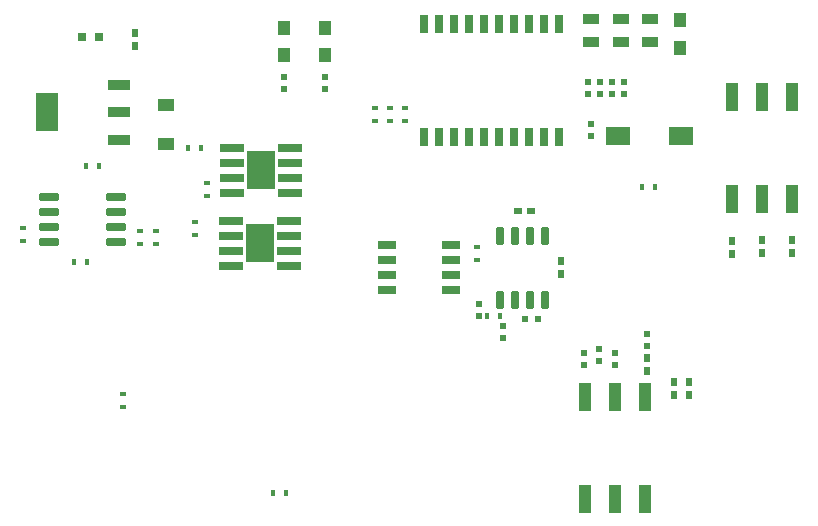
<source format=gtp>
G04*
G04 #@! TF.GenerationSoftware,Altium Limited,Altium Designer,22.2.1 (43)*
G04*
G04 Layer_Color=8421504*
%FSLAX25Y25*%
%MOIN*%
G70*
G04*
G04 #@! TF.SameCoordinates,4D9873E2-C187-445E-AA94-CFDCCC1DA697*
G04*
G04*
G04 #@! TF.FilePolarity,Positive*
G04*
G01*
G75*
%ADD17R,0.02441X0.01654*%
%ADD18R,0.05315X0.04331*%
%ADD19R,0.01968X0.01870*%
%ADD20R,0.01654X0.02441*%
%ADD21R,0.02362X0.02953*%
%ADD22R,0.07480X0.12598*%
%ADD23R,0.07480X0.03740*%
%ADD24R,0.02756X0.02756*%
G04:AMPARAMS|DCode=25|XSize=25.59mil|YSize=64.96mil|CornerRadius=1.92mil|HoleSize=0mil|Usage=FLASHONLY|Rotation=270.000|XOffset=0mil|YOffset=0mil|HoleType=Round|Shape=RoundedRectangle|*
%AMROUNDEDRECTD25*
21,1,0.02559,0.06112,0,0,270.0*
21,1,0.02175,0.06496,0,0,270.0*
1,1,0.00384,-0.03056,-0.01088*
1,1,0.00384,-0.03056,0.01088*
1,1,0.00384,0.03056,0.01088*
1,1,0.00384,0.03056,-0.01088*
%
%ADD25ROUNDEDRECTD25*%
%ADD26R,0.01870X0.01968*%
G04:AMPARAMS|DCode=27|XSize=23.62mil|YSize=57.09mil|CornerRadius=2.01mil|HoleSize=0mil|Usage=FLASHONLY|Rotation=180.000|XOffset=0mil|YOffset=0mil|HoleType=Round|Shape=RoundedRectangle|*
%AMROUNDEDRECTD27*
21,1,0.02362,0.05307,0,0,180.0*
21,1,0.01961,0.05709,0,0,180.0*
1,1,0.00402,-0.00980,0.02653*
1,1,0.00402,0.00980,0.02653*
1,1,0.00402,0.00980,-0.02653*
1,1,0.00402,-0.00980,-0.02653*
%
%ADD27ROUNDEDRECTD27*%
%ADD28R,0.02362X0.02756*%
%ADD29R,0.04449X0.09606*%
%ADD30R,0.07874X0.02559*%
%ADD31R,0.09409X0.12598*%
%ADD32R,0.02559X0.06496*%
%ADD33R,0.04331X0.04921*%
%ADD34R,0.05512X0.03543*%
%ADD35R,0.07874X0.06299*%
%ADD36R,0.06299X0.02559*%
%ADD37R,0.02756X0.02362*%
D17*
X41000Y44000D02*
D03*
Y39669D02*
D03*
X135000Y139331D02*
D03*
Y135000D02*
D03*
X130000Y139331D02*
D03*
Y135000D02*
D03*
X159000Y88500D02*
D03*
Y92831D02*
D03*
X65000Y97000D02*
D03*
Y101331D02*
D03*
X69000Y114399D02*
D03*
Y110068D02*
D03*
X125000Y139331D02*
D03*
Y135000D02*
D03*
X52000Y98165D02*
D03*
Y93835D02*
D03*
X46567Y98165D02*
D03*
Y93835D02*
D03*
X7567Y99165D02*
D03*
Y94835D02*
D03*
D18*
X55118Y140354D02*
D03*
Y127362D02*
D03*
D19*
X199500Y59035D02*
D03*
Y55000D02*
D03*
X167500Y62500D02*
D03*
Y66535D02*
D03*
X159500Y74000D02*
D03*
Y69964D02*
D03*
X205000Y53500D02*
D03*
Y57535D02*
D03*
X194500Y53465D02*
D03*
Y57500D02*
D03*
X208000Y143969D02*
D03*
Y148000D02*
D03*
X204000Y143965D02*
D03*
Y148000D02*
D03*
X196000Y143982D02*
D03*
Y148018D02*
D03*
X94488Y149656D02*
D03*
Y145620D02*
D03*
X108268Y145575D02*
D03*
Y149606D02*
D03*
X200000Y143965D02*
D03*
Y148000D02*
D03*
X215500Y60000D02*
D03*
Y64035D02*
D03*
X197000Y130000D02*
D03*
Y134032D02*
D03*
D20*
X95165Y11000D02*
D03*
X90835D02*
D03*
X62669Y126000D02*
D03*
X67000D02*
D03*
X29000Y88000D02*
D03*
X24669D02*
D03*
X166665Y70000D02*
D03*
X162335D02*
D03*
X33000Y120000D02*
D03*
X28669D02*
D03*
X218165Y113000D02*
D03*
X213835D02*
D03*
D21*
X45000Y160000D02*
D03*
Y164331D02*
D03*
D22*
X15551Y137795D02*
D03*
D23*
X39567Y146850D02*
D03*
Y137795D02*
D03*
Y128740D02*
D03*
D24*
X27244Y163000D02*
D03*
X32756D02*
D03*
D25*
X16272Y109569D02*
D03*
Y104569D02*
D03*
Y99569D02*
D03*
Y94569D02*
D03*
X38516Y109569D02*
D03*
Y104569D02*
D03*
Y99569D02*
D03*
Y94569D02*
D03*
D26*
X174982Y69000D02*
D03*
X179018D02*
D03*
D27*
X166500Y75272D02*
D03*
X171500D02*
D03*
X176500D02*
D03*
X181500D02*
D03*
X166500Y96728D02*
D03*
X171500D02*
D03*
X176500D02*
D03*
X181500D02*
D03*
D28*
X254000Y91000D02*
D03*
Y95331D02*
D03*
X244000Y90669D02*
D03*
Y95000D02*
D03*
X264000Y90835D02*
D03*
Y95165D02*
D03*
X215500Y51669D02*
D03*
Y56000D02*
D03*
X224500Y43669D02*
D03*
Y48000D02*
D03*
X229500Y43669D02*
D03*
Y48000D02*
D03*
X187000Y83835D02*
D03*
Y88165D02*
D03*
D29*
X214724Y42835D02*
D03*
X204724D02*
D03*
X194724D02*
D03*
Y8937D02*
D03*
X204724D02*
D03*
X214724D02*
D03*
X244000Y109051D02*
D03*
X254000D02*
D03*
X264000D02*
D03*
Y142949D02*
D03*
X254000D02*
D03*
X244000D02*
D03*
D30*
X96311Y86626D02*
D03*
Y91626D02*
D03*
Y96626D02*
D03*
Y101626D02*
D03*
X76823D02*
D03*
Y96626D02*
D03*
Y91626D02*
D03*
Y86626D02*
D03*
X96630Y111000D02*
D03*
Y116000D02*
D03*
Y121000D02*
D03*
Y126000D02*
D03*
X77142D02*
D03*
Y121000D02*
D03*
Y116000D02*
D03*
Y111000D02*
D03*
D31*
X86567Y94126D02*
D03*
X86886Y118500D02*
D03*
D32*
X141311Y167366D02*
D03*
X146311D02*
D03*
X151311D02*
D03*
X156311D02*
D03*
X161311D02*
D03*
X166311D02*
D03*
X171311D02*
D03*
X176311D02*
D03*
X181311D02*
D03*
X186311D02*
D03*
Y129768D02*
D03*
X181311D02*
D03*
X176311D02*
D03*
X171311D02*
D03*
X166311D02*
D03*
X161311D02*
D03*
X156311D02*
D03*
X151311D02*
D03*
X146311D02*
D03*
X141311D02*
D03*
D33*
X226378Y159449D02*
D03*
Y168701D02*
D03*
X108268Y166043D02*
D03*
Y156791D02*
D03*
X94488Y166043D02*
D03*
Y156791D02*
D03*
D34*
X216535Y168898D02*
D03*
Y161417D02*
D03*
X206693Y168898D02*
D03*
Y161417D02*
D03*
X196850Y168898D02*
D03*
Y161417D02*
D03*
D35*
X205748Y130000D02*
D03*
X227008D02*
D03*
D36*
X150031Y78500D02*
D03*
Y83500D02*
D03*
Y88500D02*
D03*
Y93500D02*
D03*
X128969D02*
D03*
Y88500D02*
D03*
Y83500D02*
D03*
Y78500D02*
D03*
D37*
X176831Y105000D02*
D03*
X172500D02*
D03*
M02*

</source>
